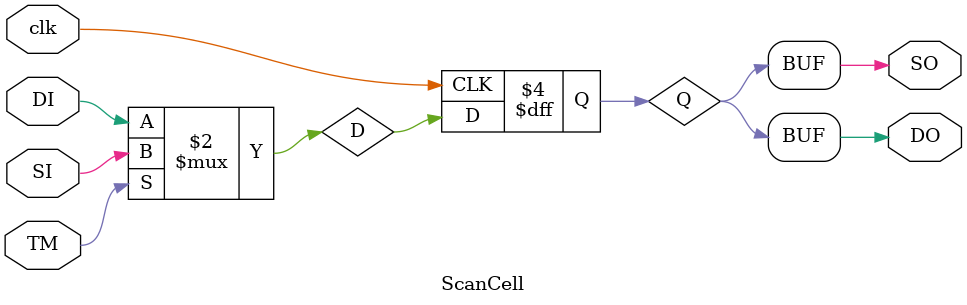
<source format=v>
module ScanCell (DO, SO,  DI, SI, clk, TM);
  input DI, SI, clk, TM;
  output DO, SO;
  
  reg Q;
  wire D;
  
  assign D = TM == 1 ? SI : DI; //Mux for DataInput and ScanInput
  
  always@(posedge clk) begin
    
	Q <= D;  //Data flipflop
  
  end
  
 assign SO = Q;
 assign DO = Q;
 
endmodule
</source>
